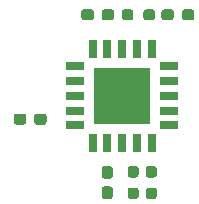
<source format=gbr>
%TF.GenerationSoftware,KiCad,Pcbnew,(5.1.8)-1*%
%TF.CreationDate,2021-11-11T19:50:17-05:00*%
%TF.ProjectId,CO2_sensor,434f325f-7365-46e7-936f-722e6b696361,rev?*%
%TF.SameCoordinates,Original*%
%TF.FileFunction,Soldermask,Top*%
%TF.FilePolarity,Negative*%
%FSLAX46Y46*%
G04 Gerber Fmt 4.6, Leading zero omitted, Abs format (unit mm)*
G04 Created by KiCad (PCBNEW (5.1.8)-1) date 2021-11-11 19:50:17*
%MOMM*%
%LPD*%
G01*
G04 APERTURE LIST*
%ADD10R,4.800000X4.800000*%
%ADD11R,0.800000X1.500000*%
%ADD12R,1.500000X0.800000*%
G04 APERTURE END LIST*
%TO.C,C3*%
G36*
G01*
X149512500Y-103385000D02*
X149987500Y-103385000D01*
G75*
G02*
X150225000Y-103622500I0J-237500D01*
G01*
X150225000Y-104222500D01*
G75*
G02*
X149987500Y-104460000I-237500J0D01*
G01*
X149512500Y-104460000D01*
G75*
G02*
X149275000Y-104222500I0J237500D01*
G01*
X149275000Y-103622500D01*
G75*
G02*
X149512500Y-103385000I237500J0D01*
G01*
G37*
G36*
G01*
X149512500Y-101660000D02*
X149987500Y-101660000D01*
G75*
G02*
X150225000Y-101897500I0J-237500D01*
G01*
X150225000Y-102497500D01*
G75*
G02*
X149987500Y-102735000I-237500J0D01*
G01*
X149512500Y-102735000D01*
G75*
G02*
X149275000Y-102497500I0J237500D01*
G01*
X149275000Y-101897500D01*
G75*
G02*
X149512500Y-101660000I237500J0D01*
G01*
G37*
%TD*%
%TO.C,D1*%
G36*
G01*
X155380000Y-88622500D02*
X155380000Y-89097500D01*
G75*
G02*
X155142500Y-89335000I-237500J0D01*
G01*
X154567500Y-89335000D01*
G75*
G02*
X154330000Y-89097500I0J237500D01*
G01*
X154330000Y-88622500D01*
G75*
G02*
X154567500Y-88385000I237500J0D01*
G01*
X155142500Y-88385000D01*
G75*
G02*
X155380000Y-88622500I0J-237500D01*
G01*
G37*
G36*
G01*
X157130000Y-88622500D02*
X157130000Y-89097500D01*
G75*
G02*
X156892500Y-89335000I-237500J0D01*
G01*
X156317500Y-89335000D01*
G75*
G02*
X156080000Y-89097500I0J237500D01*
G01*
X156080000Y-88622500D01*
G75*
G02*
X156317500Y-88385000I237500J0D01*
G01*
X156892500Y-88385000D01*
G75*
G02*
X157130000Y-88622500I0J-237500D01*
G01*
G37*
%TD*%
%TO.C,R3*%
G36*
G01*
X153717500Y-102635000D02*
X153242500Y-102635000D01*
G75*
G02*
X153005000Y-102397500I0J237500D01*
G01*
X153005000Y-101897500D01*
G75*
G02*
X153242500Y-101660000I237500J0D01*
G01*
X153717500Y-101660000D01*
G75*
G02*
X153955000Y-101897500I0J-237500D01*
G01*
X153955000Y-102397500D01*
G75*
G02*
X153717500Y-102635000I-237500J0D01*
G01*
G37*
G36*
G01*
X153717500Y-104460000D02*
X153242500Y-104460000D01*
G75*
G02*
X153005000Y-104222500I0J237500D01*
G01*
X153005000Y-103722500D01*
G75*
G02*
X153242500Y-103485000I237500J0D01*
G01*
X153717500Y-103485000D01*
G75*
G02*
X153955000Y-103722500I0J-237500D01*
G01*
X153955000Y-104222500D01*
G75*
G02*
X153717500Y-104460000I-237500J0D01*
G01*
G37*
%TD*%
%TO.C,R2*%
G36*
G01*
X152177500Y-102635000D02*
X151702500Y-102635000D01*
G75*
G02*
X151465000Y-102397500I0J237500D01*
G01*
X151465000Y-101897500D01*
G75*
G02*
X151702500Y-101660000I237500J0D01*
G01*
X152177500Y-101660000D01*
G75*
G02*
X152415000Y-101897500I0J-237500D01*
G01*
X152415000Y-102397500D01*
G75*
G02*
X152177500Y-102635000I-237500J0D01*
G01*
G37*
G36*
G01*
X152177500Y-104460000D02*
X151702500Y-104460000D01*
G75*
G02*
X151465000Y-104222500I0J237500D01*
G01*
X151465000Y-103722500D01*
G75*
G02*
X151702500Y-103485000I237500J0D01*
G01*
X152177500Y-103485000D01*
G75*
G02*
X152415000Y-103722500I0J-237500D01*
G01*
X152415000Y-104222500D01*
G75*
G02*
X152177500Y-104460000I-237500J0D01*
G01*
G37*
%TD*%
%TO.C,R1*%
G36*
G01*
X151955000Y-88622500D02*
X151955000Y-89097500D01*
G75*
G02*
X151717500Y-89335000I-237500J0D01*
G01*
X151217500Y-89335000D01*
G75*
G02*
X150980000Y-89097500I0J237500D01*
G01*
X150980000Y-88622500D01*
G75*
G02*
X151217500Y-88385000I237500J0D01*
G01*
X151717500Y-88385000D01*
G75*
G02*
X151955000Y-88622500I0J-237500D01*
G01*
G37*
G36*
G01*
X153780000Y-88622500D02*
X153780000Y-89097500D01*
G75*
G02*
X153542500Y-89335000I-237500J0D01*
G01*
X153042500Y-89335000D01*
G75*
G02*
X152805000Y-89097500I0J237500D01*
G01*
X152805000Y-88622500D01*
G75*
G02*
X153042500Y-88385000I237500J0D01*
G01*
X153542500Y-88385000D01*
G75*
G02*
X153780000Y-88622500I0J-237500D01*
G01*
G37*
%TD*%
D10*
%TO.C,IC1*%
X151000000Y-95710000D03*
D11*
X148500000Y-91710000D03*
X149750000Y-91710000D03*
X151000000Y-91710000D03*
X152250000Y-91710000D03*
X153500000Y-91710000D03*
D12*
X155000000Y-93210000D03*
X155000000Y-94460000D03*
X155000000Y-95710000D03*
X155000000Y-96960000D03*
X155000000Y-98210000D03*
D11*
X153500000Y-99710000D03*
X152250000Y-99710000D03*
X151000000Y-99710000D03*
X149750000Y-99710000D03*
X148500000Y-99710000D03*
D12*
X147000000Y-98210000D03*
X147000000Y-96960000D03*
X147000000Y-95710000D03*
X147000000Y-94460000D03*
X147000000Y-93210000D03*
%TD*%
%TO.C,C2*%
G36*
G01*
X148615000Y-88622500D02*
X148615000Y-89097500D01*
G75*
G02*
X148377500Y-89335000I-237500J0D01*
G01*
X147777500Y-89335000D01*
G75*
G02*
X147540000Y-89097500I0J237500D01*
G01*
X147540000Y-88622500D01*
G75*
G02*
X147777500Y-88385000I237500J0D01*
G01*
X148377500Y-88385000D01*
G75*
G02*
X148615000Y-88622500I0J-237500D01*
G01*
G37*
G36*
G01*
X150340000Y-88622500D02*
X150340000Y-89097500D01*
G75*
G02*
X150102500Y-89335000I-237500J0D01*
G01*
X149502500Y-89335000D01*
G75*
G02*
X149265000Y-89097500I0J237500D01*
G01*
X149265000Y-88622500D01*
G75*
G02*
X149502500Y-88385000I237500J0D01*
G01*
X150102500Y-88385000D01*
G75*
G02*
X150340000Y-88622500I0J-237500D01*
G01*
G37*
%TD*%
%TO.C,C1*%
G36*
G01*
X142895000Y-97452500D02*
X142895000Y-97927500D01*
G75*
G02*
X142657500Y-98165000I-237500J0D01*
G01*
X142057500Y-98165000D01*
G75*
G02*
X141820000Y-97927500I0J237500D01*
G01*
X141820000Y-97452500D01*
G75*
G02*
X142057500Y-97215000I237500J0D01*
G01*
X142657500Y-97215000D01*
G75*
G02*
X142895000Y-97452500I0J-237500D01*
G01*
G37*
G36*
G01*
X144620000Y-97452500D02*
X144620000Y-97927500D01*
G75*
G02*
X144382500Y-98165000I-237500J0D01*
G01*
X143782500Y-98165000D01*
G75*
G02*
X143545000Y-97927500I0J237500D01*
G01*
X143545000Y-97452500D01*
G75*
G02*
X143782500Y-97215000I237500J0D01*
G01*
X144382500Y-97215000D01*
G75*
G02*
X144620000Y-97452500I0J-237500D01*
G01*
G37*
%TD*%
M02*

</source>
